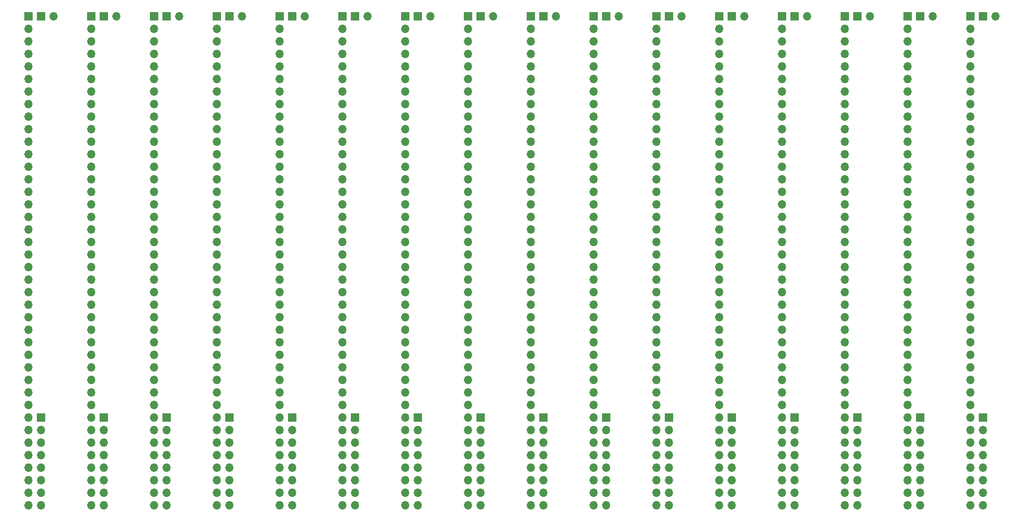
<source format=gbr>
%TF.GenerationSoftware,KiCad,Pcbnew,7.0.5*%
%TF.CreationDate,2024-09-17T03:27:58-04:00*%
%TF.ProjectId,motherboard,6d6f7468-6572-4626-9f61-72642e6b6963,rev?*%
%TF.SameCoordinates,Original*%
%TF.FileFunction,Soldermask,Bot*%
%TF.FilePolarity,Negative*%
%FSLAX46Y46*%
G04 Gerber Fmt 4.6, Leading zero omitted, Abs format (unit mm)*
G04 Created by KiCad (PCBNEW 7.0.5) date 2024-09-17 03:27:58*
%MOMM*%
%LPD*%
G01*
G04 APERTURE LIST*
%ADD10R,1.700000X1.700000*%
%ADD11O,1.700000X1.700000*%
G04 APERTURE END LIST*
D10*
%TO.C,J31*%
X241300000Y-46990000D03*
D11*
X241300000Y-49530000D03*
X241300000Y-52070000D03*
X241300000Y-54610000D03*
X241300000Y-57150000D03*
X241300000Y-59690000D03*
X241300000Y-62230000D03*
X241300000Y-64770000D03*
X241300000Y-67310000D03*
X241300000Y-69850000D03*
X241300000Y-72390000D03*
X241300000Y-74930000D03*
X241300000Y-77470000D03*
X241300000Y-80010000D03*
X241300000Y-82550000D03*
X241300000Y-85090000D03*
X241300000Y-87630000D03*
X241300000Y-90170000D03*
X241300000Y-92710000D03*
X241300000Y-95250000D03*
X241300000Y-97790000D03*
X241300000Y-100330000D03*
X241300000Y-102870000D03*
X241300000Y-105410000D03*
X241300000Y-107950000D03*
X241300000Y-110490000D03*
X241300000Y-113030000D03*
X241300000Y-115570000D03*
X241300000Y-118110000D03*
X241300000Y-120650000D03*
X241300000Y-123190000D03*
X241300000Y-125730000D03*
X241300000Y-128270000D03*
X241300000Y-130810000D03*
X241300000Y-133350000D03*
X241300000Y-135890000D03*
X241300000Y-138430000D03*
X241300000Y-140970000D03*
X241300000Y-143510000D03*
X241300000Y-146050000D03*
%TD*%
D10*
%TO.C,J29*%
X228600000Y-46990000D03*
D11*
X228600000Y-49530000D03*
X228600000Y-52070000D03*
X228600000Y-54610000D03*
X228600000Y-57150000D03*
X228600000Y-59690000D03*
X228600000Y-62230000D03*
X228600000Y-64770000D03*
X228600000Y-67310000D03*
X228600000Y-69850000D03*
X228600000Y-72390000D03*
X228600000Y-74930000D03*
X228600000Y-77470000D03*
X228600000Y-80010000D03*
X228600000Y-82550000D03*
X228600000Y-85090000D03*
X228600000Y-87630000D03*
X228600000Y-90170000D03*
X228600000Y-92710000D03*
X228600000Y-95250000D03*
X228600000Y-97790000D03*
X228600000Y-100330000D03*
X228600000Y-102870000D03*
X228600000Y-105410000D03*
X228600000Y-107950000D03*
X228600000Y-110490000D03*
X228600000Y-113030000D03*
X228600000Y-115570000D03*
X228600000Y-118110000D03*
X228600000Y-120650000D03*
X228600000Y-123190000D03*
X228600000Y-125730000D03*
X228600000Y-128270000D03*
X228600000Y-130810000D03*
X228600000Y-133350000D03*
X228600000Y-135890000D03*
X228600000Y-138430000D03*
X228600000Y-140970000D03*
X228600000Y-143510000D03*
X228600000Y-146050000D03*
%TD*%
D10*
%TO.C,J27*%
X215900000Y-46990000D03*
D11*
X215900000Y-49530000D03*
X215900000Y-52070000D03*
X215900000Y-54610000D03*
X215900000Y-57150000D03*
X215900000Y-59690000D03*
X215900000Y-62230000D03*
X215900000Y-64770000D03*
X215900000Y-67310000D03*
X215900000Y-69850000D03*
X215900000Y-72390000D03*
X215900000Y-74930000D03*
X215900000Y-77470000D03*
X215900000Y-80010000D03*
X215900000Y-82550000D03*
X215900000Y-85090000D03*
X215900000Y-87630000D03*
X215900000Y-90170000D03*
X215900000Y-92710000D03*
X215900000Y-95250000D03*
X215900000Y-97790000D03*
X215900000Y-100330000D03*
X215900000Y-102870000D03*
X215900000Y-105410000D03*
X215900000Y-107950000D03*
X215900000Y-110490000D03*
X215900000Y-113030000D03*
X215900000Y-115570000D03*
X215900000Y-118110000D03*
X215900000Y-120650000D03*
X215900000Y-123190000D03*
X215900000Y-125730000D03*
X215900000Y-128270000D03*
X215900000Y-130810000D03*
X215900000Y-133350000D03*
X215900000Y-135890000D03*
X215900000Y-138430000D03*
X215900000Y-140970000D03*
X215900000Y-143510000D03*
X215900000Y-146050000D03*
%TD*%
D10*
%TO.C,J25*%
X203200000Y-46990000D03*
D11*
X203200000Y-49530000D03*
X203200000Y-52070000D03*
X203200000Y-54610000D03*
X203200000Y-57150000D03*
X203200000Y-59690000D03*
X203200000Y-62230000D03*
X203200000Y-64770000D03*
X203200000Y-67310000D03*
X203200000Y-69850000D03*
X203200000Y-72390000D03*
X203200000Y-74930000D03*
X203200000Y-77470000D03*
X203200000Y-80010000D03*
X203200000Y-82550000D03*
X203200000Y-85090000D03*
X203200000Y-87630000D03*
X203200000Y-90170000D03*
X203200000Y-92710000D03*
X203200000Y-95250000D03*
X203200000Y-97790000D03*
X203200000Y-100330000D03*
X203200000Y-102870000D03*
X203200000Y-105410000D03*
X203200000Y-107950000D03*
X203200000Y-110490000D03*
X203200000Y-113030000D03*
X203200000Y-115570000D03*
X203200000Y-118110000D03*
X203200000Y-120650000D03*
X203200000Y-123190000D03*
X203200000Y-125730000D03*
X203200000Y-128270000D03*
X203200000Y-130810000D03*
X203200000Y-133350000D03*
X203200000Y-135890000D03*
X203200000Y-138430000D03*
X203200000Y-140970000D03*
X203200000Y-143510000D03*
X203200000Y-146050000D03*
%TD*%
D10*
%TO.C,J23*%
X190500000Y-46990000D03*
D11*
X190500000Y-49530000D03*
X190500000Y-52070000D03*
X190500000Y-54610000D03*
X190500000Y-57150000D03*
X190500000Y-59690000D03*
X190500000Y-62230000D03*
X190500000Y-64770000D03*
X190500000Y-67310000D03*
X190500000Y-69850000D03*
X190500000Y-72390000D03*
X190500000Y-74930000D03*
X190500000Y-77470000D03*
X190500000Y-80010000D03*
X190500000Y-82550000D03*
X190500000Y-85090000D03*
X190500000Y-87630000D03*
X190500000Y-90170000D03*
X190500000Y-92710000D03*
X190500000Y-95250000D03*
X190500000Y-97790000D03*
X190500000Y-100330000D03*
X190500000Y-102870000D03*
X190500000Y-105410000D03*
X190500000Y-107950000D03*
X190500000Y-110490000D03*
X190500000Y-113030000D03*
X190500000Y-115570000D03*
X190500000Y-118110000D03*
X190500000Y-120650000D03*
X190500000Y-123190000D03*
X190500000Y-125730000D03*
X190500000Y-128270000D03*
X190500000Y-130810000D03*
X190500000Y-133350000D03*
X190500000Y-135890000D03*
X190500000Y-138430000D03*
X190500000Y-140970000D03*
X190500000Y-143510000D03*
X190500000Y-146050000D03*
%TD*%
D10*
%TO.C,J21*%
X177800000Y-46990000D03*
D11*
X177800000Y-49530000D03*
X177800000Y-52070000D03*
X177800000Y-54610000D03*
X177800000Y-57150000D03*
X177800000Y-59690000D03*
X177800000Y-62230000D03*
X177800000Y-64770000D03*
X177800000Y-67310000D03*
X177800000Y-69850000D03*
X177800000Y-72390000D03*
X177800000Y-74930000D03*
X177800000Y-77470000D03*
X177800000Y-80010000D03*
X177800000Y-82550000D03*
X177800000Y-85090000D03*
X177800000Y-87630000D03*
X177800000Y-90170000D03*
X177800000Y-92710000D03*
X177800000Y-95250000D03*
X177800000Y-97790000D03*
X177800000Y-100330000D03*
X177800000Y-102870000D03*
X177800000Y-105410000D03*
X177800000Y-107950000D03*
X177800000Y-110490000D03*
X177800000Y-113030000D03*
X177800000Y-115570000D03*
X177800000Y-118110000D03*
X177800000Y-120650000D03*
X177800000Y-123190000D03*
X177800000Y-125730000D03*
X177800000Y-128270000D03*
X177800000Y-130810000D03*
X177800000Y-133350000D03*
X177800000Y-135890000D03*
X177800000Y-138430000D03*
X177800000Y-140970000D03*
X177800000Y-143510000D03*
X177800000Y-146050000D03*
%TD*%
D10*
%TO.C,J19*%
X165100000Y-46990000D03*
D11*
X165100000Y-49530000D03*
X165100000Y-52070000D03*
X165100000Y-54610000D03*
X165100000Y-57150000D03*
X165100000Y-59690000D03*
X165100000Y-62230000D03*
X165100000Y-64770000D03*
X165100000Y-67310000D03*
X165100000Y-69850000D03*
X165100000Y-72390000D03*
X165100000Y-74930000D03*
X165100000Y-77470000D03*
X165100000Y-80010000D03*
X165100000Y-82550000D03*
X165100000Y-85090000D03*
X165100000Y-87630000D03*
X165100000Y-90170000D03*
X165100000Y-92710000D03*
X165100000Y-95250000D03*
X165100000Y-97790000D03*
X165100000Y-100330000D03*
X165100000Y-102870000D03*
X165100000Y-105410000D03*
X165100000Y-107950000D03*
X165100000Y-110490000D03*
X165100000Y-113030000D03*
X165100000Y-115570000D03*
X165100000Y-118110000D03*
X165100000Y-120650000D03*
X165100000Y-123190000D03*
X165100000Y-125730000D03*
X165100000Y-128270000D03*
X165100000Y-130810000D03*
X165100000Y-133350000D03*
X165100000Y-135890000D03*
X165100000Y-138430000D03*
X165100000Y-140970000D03*
X165100000Y-143510000D03*
X165100000Y-146050000D03*
%TD*%
D10*
%TO.C,J17*%
X152400000Y-46990000D03*
D11*
X152400000Y-49530000D03*
X152400000Y-52070000D03*
X152400000Y-54610000D03*
X152400000Y-57150000D03*
X152400000Y-59690000D03*
X152400000Y-62230000D03*
X152400000Y-64770000D03*
X152400000Y-67310000D03*
X152400000Y-69850000D03*
X152400000Y-72390000D03*
X152400000Y-74930000D03*
X152400000Y-77470000D03*
X152400000Y-80010000D03*
X152400000Y-82550000D03*
X152400000Y-85090000D03*
X152400000Y-87630000D03*
X152400000Y-90170000D03*
X152400000Y-92710000D03*
X152400000Y-95250000D03*
X152400000Y-97790000D03*
X152400000Y-100330000D03*
X152400000Y-102870000D03*
X152400000Y-105410000D03*
X152400000Y-107950000D03*
X152400000Y-110490000D03*
X152400000Y-113030000D03*
X152400000Y-115570000D03*
X152400000Y-118110000D03*
X152400000Y-120650000D03*
X152400000Y-123190000D03*
X152400000Y-125730000D03*
X152400000Y-128270000D03*
X152400000Y-130810000D03*
X152400000Y-133350000D03*
X152400000Y-135890000D03*
X152400000Y-138430000D03*
X152400000Y-140970000D03*
X152400000Y-143510000D03*
X152400000Y-146050000D03*
%TD*%
D10*
%TO.C,J15*%
X139700000Y-46990000D03*
D11*
X139700000Y-49530000D03*
X139700000Y-52070000D03*
X139700000Y-54610000D03*
X139700000Y-57150000D03*
X139700000Y-59690000D03*
X139700000Y-62230000D03*
X139700000Y-64770000D03*
X139700000Y-67310000D03*
X139700000Y-69850000D03*
X139700000Y-72390000D03*
X139700000Y-74930000D03*
X139700000Y-77470000D03*
X139700000Y-80010000D03*
X139700000Y-82550000D03*
X139700000Y-85090000D03*
X139700000Y-87630000D03*
X139700000Y-90170000D03*
X139700000Y-92710000D03*
X139700000Y-95250000D03*
X139700000Y-97790000D03*
X139700000Y-100330000D03*
X139700000Y-102870000D03*
X139700000Y-105410000D03*
X139700000Y-107950000D03*
X139700000Y-110490000D03*
X139700000Y-113030000D03*
X139700000Y-115570000D03*
X139700000Y-118110000D03*
X139700000Y-120650000D03*
X139700000Y-123190000D03*
X139700000Y-125730000D03*
X139700000Y-128270000D03*
X139700000Y-130810000D03*
X139700000Y-133350000D03*
X139700000Y-135890000D03*
X139700000Y-138430000D03*
X139700000Y-140970000D03*
X139700000Y-143510000D03*
X139700000Y-146050000D03*
%TD*%
D10*
%TO.C,J13*%
X127000000Y-46990000D03*
D11*
X127000000Y-49530000D03*
X127000000Y-52070000D03*
X127000000Y-54610000D03*
X127000000Y-57150000D03*
X127000000Y-59690000D03*
X127000000Y-62230000D03*
X127000000Y-64770000D03*
X127000000Y-67310000D03*
X127000000Y-69850000D03*
X127000000Y-72390000D03*
X127000000Y-74930000D03*
X127000000Y-77470000D03*
X127000000Y-80010000D03*
X127000000Y-82550000D03*
X127000000Y-85090000D03*
X127000000Y-87630000D03*
X127000000Y-90170000D03*
X127000000Y-92710000D03*
X127000000Y-95250000D03*
X127000000Y-97790000D03*
X127000000Y-100330000D03*
X127000000Y-102870000D03*
X127000000Y-105410000D03*
X127000000Y-107950000D03*
X127000000Y-110490000D03*
X127000000Y-113030000D03*
X127000000Y-115570000D03*
X127000000Y-118110000D03*
X127000000Y-120650000D03*
X127000000Y-123190000D03*
X127000000Y-125730000D03*
X127000000Y-128270000D03*
X127000000Y-130810000D03*
X127000000Y-133350000D03*
X127000000Y-135890000D03*
X127000000Y-138430000D03*
X127000000Y-140970000D03*
X127000000Y-143510000D03*
X127000000Y-146050000D03*
%TD*%
D10*
%TO.C,J11*%
X114300000Y-46990000D03*
D11*
X114300000Y-49530000D03*
X114300000Y-52070000D03*
X114300000Y-54610000D03*
X114300000Y-57150000D03*
X114300000Y-59690000D03*
X114300000Y-62230000D03*
X114300000Y-64770000D03*
X114300000Y-67310000D03*
X114300000Y-69850000D03*
X114300000Y-72390000D03*
X114300000Y-74930000D03*
X114300000Y-77470000D03*
X114300000Y-80010000D03*
X114300000Y-82550000D03*
X114300000Y-85090000D03*
X114300000Y-87630000D03*
X114300000Y-90170000D03*
X114300000Y-92710000D03*
X114300000Y-95250000D03*
X114300000Y-97790000D03*
X114300000Y-100330000D03*
X114300000Y-102870000D03*
X114300000Y-105410000D03*
X114300000Y-107950000D03*
X114300000Y-110490000D03*
X114300000Y-113030000D03*
X114300000Y-115570000D03*
X114300000Y-118110000D03*
X114300000Y-120650000D03*
X114300000Y-123190000D03*
X114300000Y-125730000D03*
X114300000Y-128270000D03*
X114300000Y-130810000D03*
X114300000Y-133350000D03*
X114300000Y-135890000D03*
X114300000Y-138430000D03*
X114300000Y-140970000D03*
X114300000Y-143510000D03*
X114300000Y-146050000D03*
%TD*%
D10*
%TO.C,J9*%
X101600000Y-46990000D03*
D11*
X101600000Y-49530000D03*
X101600000Y-52070000D03*
X101600000Y-54610000D03*
X101600000Y-57150000D03*
X101600000Y-59690000D03*
X101600000Y-62230000D03*
X101600000Y-64770000D03*
X101600000Y-67310000D03*
X101600000Y-69850000D03*
X101600000Y-72390000D03*
X101600000Y-74930000D03*
X101600000Y-77470000D03*
X101600000Y-80010000D03*
X101600000Y-82550000D03*
X101600000Y-85090000D03*
X101600000Y-87630000D03*
X101600000Y-90170000D03*
X101600000Y-92710000D03*
X101600000Y-95250000D03*
X101600000Y-97790000D03*
X101600000Y-100330000D03*
X101600000Y-102870000D03*
X101600000Y-105410000D03*
X101600000Y-107950000D03*
X101600000Y-110490000D03*
X101600000Y-113030000D03*
X101600000Y-115570000D03*
X101600000Y-118110000D03*
X101600000Y-120650000D03*
X101600000Y-123190000D03*
X101600000Y-125730000D03*
X101600000Y-128270000D03*
X101600000Y-130810000D03*
X101600000Y-133350000D03*
X101600000Y-135890000D03*
X101600000Y-138430000D03*
X101600000Y-140970000D03*
X101600000Y-143510000D03*
X101600000Y-146050000D03*
%TD*%
D10*
%TO.C,J7*%
X88900000Y-46990000D03*
D11*
X88900000Y-49530000D03*
X88900000Y-52070000D03*
X88900000Y-54610000D03*
X88900000Y-57150000D03*
X88900000Y-59690000D03*
X88900000Y-62230000D03*
X88900000Y-64770000D03*
X88900000Y-67310000D03*
X88900000Y-69850000D03*
X88900000Y-72390000D03*
X88900000Y-74930000D03*
X88900000Y-77470000D03*
X88900000Y-80010000D03*
X88900000Y-82550000D03*
X88900000Y-85090000D03*
X88900000Y-87630000D03*
X88900000Y-90170000D03*
X88900000Y-92710000D03*
X88900000Y-95250000D03*
X88900000Y-97790000D03*
X88900000Y-100330000D03*
X88900000Y-102870000D03*
X88900000Y-105410000D03*
X88900000Y-107950000D03*
X88900000Y-110490000D03*
X88900000Y-113030000D03*
X88900000Y-115570000D03*
X88900000Y-118110000D03*
X88900000Y-120650000D03*
X88900000Y-123190000D03*
X88900000Y-125730000D03*
X88900000Y-128270000D03*
X88900000Y-130810000D03*
X88900000Y-133350000D03*
X88900000Y-135890000D03*
X88900000Y-138430000D03*
X88900000Y-140970000D03*
X88900000Y-143510000D03*
X88900000Y-146050000D03*
%TD*%
D10*
%TO.C,J5*%
X76200000Y-46990000D03*
D11*
X76200000Y-49530000D03*
X76200000Y-52070000D03*
X76200000Y-54610000D03*
X76200000Y-57150000D03*
X76200000Y-59690000D03*
X76200000Y-62230000D03*
X76200000Y-64770000D03*
X76200000Y-67310000D03*
X76200000Y-69850000D03*
X76200000Y-72390000D03*
X76200000Y-74930000D03*
X76200000Y-77470000D03*
X76200000Y-80010000D03*
X76200000Y-82550000D03*
X76200000Y-85090000D03*
X76200000Y-87630000D03*
X76200000Y-90170000D03*
X76200000Y-92710000D03*
X76200000Y-95250000D03*
X76200000Y-97790000D03*
X76200000Y-100330000D03*
X76200000Y-102870000D03*
X76200000Y-105410000D03*
X76200000Y-107950000D03*
X76200000Y-110490000D03*
X76200000Y-113030000D03*
X76200000Y-115570000D03*
X76200000Y-118110000D03*
X76200000Y-120650000D03*
X76200000Y-123190000D03*
X76200000Y-125730000D03*
X76200000Y-128270000D03*
X76200000Y-130810000D03*
X76200000Y-133350000D03*
X76200000Y-135890000D03*
X76200000Y-138430000D03*
X76200000Y-140970000D03*
X76200000Y-143510000D03*
X76200000Y-146050000D03*
%TD*%
D10*
%TO.C,J2*%
X63500000Y-46990000D03*
D11*
X63500000Y-49530000D03*
X63500000Y-52070000D03*
X63500000Y-54610000D03*
X63500000Y-57150000D03*
X63500000Y-59690000D03*
X63500000Y-62230000D03*
X63500000Y-64770000D03*
X63500000Y-67310000D03*
X63500000Y-69850000D03*
X63500000Y-72390000D03*
X63500000Y-74930000D03*
X63500000Y-77470000D03*
X63500000Y-80010000D03*
X63500000Y-82550000D03*
X63500000Y-85090000D03*
X63500000Y-87630000D03*
X63500000Y-90170000D03*
X63500000Y-92710000D03*
X63500000Y-95250000D03*
X63500000Y-97790000D03*
X63500000Y-100330000D03*
X63500000Y-102870000D03*
X63500000Y-105410000D03*
X63500000Y-107950000D03*
X63500000Y-110490000D03*
X63500000Y-113030000D03*
X63500000Y-115570000D03*
X63500000Y-118110000D03*
X63500000Y-120650000D03*
X63500000Y-123190000D03*
X63500000Y-125730000D03*
X63500000Y-128270000D03*
X63500000Y-130810000D03*
X63500000Y-133350000D03*
X63500000Y-135890000D03*
X63500000Y-138430000D03*
X63500000Y-140970000D03*
X63500000Y-143510000D03*
X63500000Y-146050000D03*
%TD*%
D10*
%TO.C,J1*%
X50800000Y-46990000D03*
D11*
X50800000Y-49530000D03*
X50800000Y-52070000D03*
X50800000Y-54610000D03*
X50800000Y-57150000D03*
X50800000Y-59690000D03*
X50800000Y-62230000D03*
X50800000Y-64770000D03*
X50800000Y-67310000D03*
X50800000Y-69850000D03*
X50800000Y-72390000D03*
X50800000Y-74930000D03*
X50800000Y-77470000D03*
X50800000Y-80010000D03*
X50800000Y-82550000D03*
X50800000Y-85090000D03*
X50800000Y-87630000D03*
X50800000Y-90170000D03*
X50800000Y-92710000D03*
X50800000Y-95250000D03*
X50800000Y-97790000D03*
X50800000Y-100330000D03*
X50800000Y-102870000D03*
X50800000Y-105410000D03*
X50800000Y-107950000D03*
X50800000Y-110490000D03*
X50800000Y-113030000D03*
X50800000Y-115570000D03*
X50800000Y-118110000D03*
X50800000Y-120650000D03*
X50800000Y-123190000D03*
X50800000Y-125730000D03*
X50800000Y-128270000D03*
X50800000Y-130810000D03*
X50800000Y-133350000D03*
X50800000Y-135890000D03*
X50800000Y-138430000D03*
X50800000Y-140970000D03*
X50800000Y-143510000D03*
X50800000Y-146050000D03*
%TD*%
D10*
%TO.C,J48*%
X243840000Y-46990000D03*
D11*
X246380000Y-46990000D03*
%TD*%
D10*
%TO.C,J47*%
X231140000Y-46990000D03*
D11*
X233680000Y-46990000D03*
%TD*%
D10*
%TO.C,J46*%
X218440000Y-46990000D03*
D11*
X220980000Y-46990000D03*
%TD*%
D10*
%TO.C,J45*%
X205740000Y-46990000D03*
D11*
X208280000Y-46990000D03*
%TD*%
D10*
%TO.C,J44*%
X193040000Y-46990000D03*
D11*
X195580000Y-46990000D03*
%TD*%
D10*
%TO.C,J43*%
X180340000Y-46990000D03*
D11*
X182880000Y-46990000D03*
%TD*%
D10*
%TO.C,J42*%
X167640000Y-46990000D03*
D11*
X170180000Y-46990000D03*
%TD*%
D10*
%TO.C,J41*%
X154940000Y-46990000D03*
D11*
X157480000Y-46990000D03*
%TD*%
D10*
%TO.C,J40*%
X142240000Y-46990000D03*
D11*
X144780000Y-46990000D03*
%TD*%
D10*
%TO.C,J39*%
X129540000Y-46990000D03*
D11*
X132080000Y-46990000D03*
%TD*%
D10*
%TO.C,J38*%
X116840000Y-46990000D03*
D11*
X119380000Y-46990000D03*
%TD*%
D10*
%TO.C,J37*%
X104140000Y-46990000D03*
D11*
X106680000Y-46990000D03*
%TD*%
D10*
%TO.C,J36*%
X91440000Y-46990000D03*
D11*
X93980000Y-46990000D03*
%TD*%
D10*
%TO.C,J35*%
X78740000Y-46990000D03*
D11*
X81280000Y-46990000D03*
%TD*%
D10*
%TO.C,J34*%
X53340000Y-46990000D03*
D11*
X55880000Y-46990000D03*
%TD*%
D10*
%TO.C,J33*%
X66040000Y-46990000D03*
D11*
X68580000Y-46990000D03*
%TD*%
D10*
%TO.C,J32*%
X243840000Y-128270000D03*
D11*
X243840000Y-130810000D03*
X243840000Y-133350000D03*
X243840000Y-135890000D03*
X243840000Y-138430000D03*
X243840000Y-140970000D03*
X243840000Y-143510000D03*
X243840000Y-146050000D03*
%TD*%
D10*
%TO.C,J30*%
X231140000Y-128270000D03*
D11*
X231140000Y-130810000D03*
X231140000Y-133350000D03*
X231140000Y-135890000D03*
X231140000Y-138430000D03*
X231140000Y-140970000D03*
X231140000Y-143510000D03*
X231140000Y-146050000D03*
%TD*%
D10*
%TO.C,J28*%
X218440000Y-128270000D03*
D11*
X218440000Y-130810000D03*
X218440000Y-133350000D03*
X218440000Y-135890000D03*
X218440000Y-138430000D03*
X218440000Y-140970000D03*
X218440000Y-143510000D03*
X218440000Y-146050000D03*
%TD*%
D10*
%TO.C,J26*%
X205740000Y-128270000D03*
D11*
X205740000Y-130810000D03*
X205740000Y-133350000D03*
X205740000Y-135890000D03*
X205740000Y-138430000D03*
X205740000Y-140970000D03*
X205740000Y-143510000D03*
X205740000Y-146050000D03*
%TD*%
D10*
%TO.C,J24*%
X193040000Y-128270000D03*
D11*
X193040000Y-130810000D03*
X193040000Y-133350000D03*
X193040000Y-135890000D03*
X193040000Y-138430000D03*
X193040000Y-140970000D03*
X193040000Y-143510000D03*
X193040000Y-146050000D03*
%TD*%
D10*
%TO.C,J22*%
X180340000Y-128270000D03*
D11*
X180340000Y-130810000D03*
X180340000Y-133350000D03*
X180340000Y-135890000D03*
X180340000Y-138430000D03*
X180340000Y-140970000D03*
X180340000Y-143510000D03*
X180340000Y-146050000D03*
%TD*%
D10*
%TO.C,J20*%
X167640000Y-128270000D03*
D11*
X167640000Y-130810000D03*
X167640000Y-133350000D03*
X167640000Y-135890000D03*
X167640000Y-138430000D03*
X167640000Y-140970000D03*
X167640000Y-143510000D03*
X167640000Y-146050000D03*
%TD*%
D10*
%TO.C,J18*%
X154940000Y-128270000D03*
D11*
X154940000Y-130810000D03*
X154940000Y-133350000D03*
X154940000Y-135890000D03*
X154940000Y-138430000D03*
X154940000Y-140970000D03*
X154940000Y-143510000D03*
X154940000Y-146050000D03*
%TD*%
D10*
%TO.C,J16*%
X142240000Y-128270000D03*
D11*
X142240000Y-130810000D03*
X142240000Y-133350000D03*
X142240000Y-135890000D03*
X142240000Y-138430000D03*
X142240000Y-140970000D03*
X142240000Y-143510000D03*
X142240000Y-146050000D03*
%TD*%
D10*
%TO.C,J14*%
X129540000Y-128270000D03*
D11*
X129540000Y-130810000D03*
X129540000Y-133350000D03*
X129540000Y-135890000D03*
X129540000Y-138430000D03*
X129540000Y-140970000D03*
X129540000Y-143510000D03*
X129540000Y-146050000D03*
%TD*%
D10*
%TO.C,J12*%
X116840000Y-128270000D03*
D11*
X116840000Y-130810000D03*
X116840000Y-133350000D03*
X116840000Y-135890000D03*
X116840000Y-138430000D03*
X116840000Y-140970000D03*
X116840000Y-143510000D03*
X116840000Y-146050000D03*
%TD*%
D10*
%TO.C,J10*%
X104140000Y-128270000D03*
D11*
X104140000Y-130810000D03*
X104140000Y-133350000D03*
X104140000Y-135890000D03*
X104140000Y-138430000D03*
X104140000Y-140970000D03*
X104140000Y-143510000D03*
X104140000Y-146050000D03*
%TD*%
D10*
%TO.C,J8*%
X91440000Y-128270000D03*
D11*
X91440000Y-130810000D03*
X91440000Y-133350000D03*
X91440000Y-135890000D03*
X91440000Y-138430000D03*
X91440000Y-140970000D03*
X91440000Y-143510000D03*
X91440000Y-146050000D03*
%TD*%
D10*
%TO.C,J6*%
X78740000Y-128270000D03*
D11*
X78740000Y-130810000D03*
X78740000Y-133350000D03*
X78740000Y-135890000D03*
X78740000Y-138430000D03*
X78740000Y-140970000D03*
X78740000Y-143510000D03*
X78740000Y-146050000D03*
%TD*%
D10*
%TO.C,J4*%
X66040000Y-128270000D03*
D11*
X66040000Y-130810000D03*
X66040000Y-133350000D03*
X66040000Y-135890000D03*
X66040000Y-138430000D03*
X66040000Y-140970000D03*
X66040000Y-143510000D03*
X66040000Y-146050000D03*
%TD*%
D10*
%TO.C,J3*%
X53340000Y-128270000D03*
D11*
X53340000Y-130810000D03*
X53340000Y-133350000D03*
X53340000Y-135890000D03*
X53340000Y-138430000D03*
X53340000Y-140970000D03*
X53340000Y-143510000D03*
X53340000Y-146050000D03*
%TD*%
M02*

</source>
